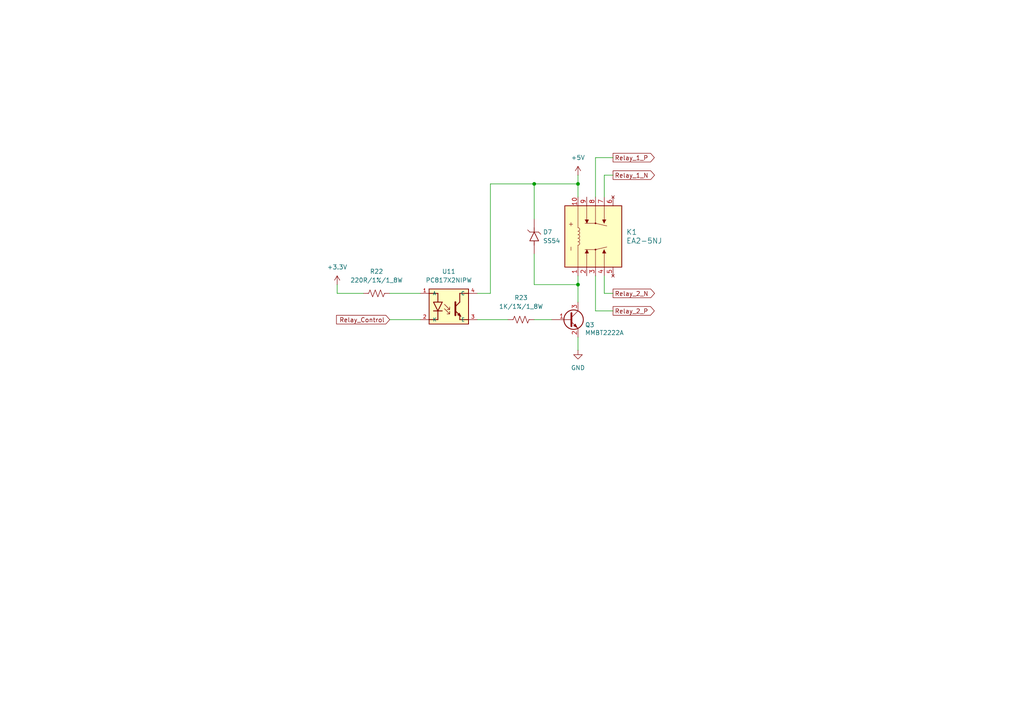
<source format=kicad_sch>
(kicad_sch (version 20231120) (generator "eeschema") (generator_version "8.0")
  (paper "A4")
  (lib_symbols
    (symbol "Measurement_Power_AC:EA2-5NJ" (pin_names (offset 0.254) hide)
      (property "Reference" "K" (at 1.27 20.828 0))
      (property "Value" "EA2-5NJ" (at 5.334 18.288 0))
      (symbol "EA2-5NJ_0_1"
        (polyline (pts (xy 0 5.08) (xy 4.572 5.08)) (stroke (width 0.127)))
        (polyline (pts (xy 0 7.62) (xy 5.08 7.62)) (stroke (width 0.127)))
        (polyline (pts (xy 0 10.16) (xy 4.572 10.16)) (stroke (width 0.127)))
        (polyline (pts (xy 0 12.7) (xy 6.35 12.7)) (stroke (width 0.127)))
        (polyline (pts (xy 5.08 7.62) (xy 5.08 10.668)) (stroke (width 0.127)))
        (polyline (pts (xy 5.08 7.62) (xy 5.842 4.318)) (stroke (width 0.127)))
        (polyline (pts (xy 5.842 14.732) (xy 4.826 14.732)) (stroke (width 0.127)))
        (polyline (pts (xy 11.43 12.7) (xy 17.78 12.7)) (stroke (width 0.127)))
        (polyline (pts (xy 11.938 14.732) (xy 12.954 14.732)) (stroke (width 0.127)))
        (polyline (pts (xy 12.446 15.24) (xy 12.446 14.224)) (stroke (width 0.127)))
        (polyline (pts (xy 12.7 7.62) (xy 11.938 4.318)) (stroke (width 0.127)))
        (polyline (pts (xy 12.7 7.62) (xy 12.7 10.668)) (stroke (width 0.127)))
        (polyline (pts (xy 17.78 5.08) (xy 13.208 5.08)) (stroke (width 0.127)))
        (polyline (pts (xy 17.78 7.62) (xy 12.7 7.62)) (stroke (width 0.127)))
        (polyline (pts (xy 17.78 10.16) (xy 13.208 10.16)) (stroke (width 0.127)))
        (polyline (pts (xy 5.08 5.08) (xy 4.064 5.588) (xy 4.064 4.572)) (fill (type outline)))
        (polyline (pts (xy 5.08 10.16) (xy 4.064 9.652) (xy 4.064 10.668)) (fill (type outline)))
        (polyline (pts (xy 12.7 5.08) (xy 13.716 5.588) (xy 13.716 4.572)) (fill (type outline)))
        (polyline (pts (xy 12.7 10.16) (xy 13.716 9.652) (xy 13.716 10.668)) (fill (type outline)))
        (circle (center 5.08 7.62) (radius 0.127) (stroke (width 0.254)))
        (arc (start 6.35 12.7) (mid 6.858 12.1942) (end 7.366 12.7) (stroke (width 0.127)))
        (arc (start 7.366 12.7) (mid 7.874 12.1942) (end 8.382 12.7) (stroke (width 0.127)))
        (arc (start 8.382 12.7) (mid 8.89 12.1942) (end 9.398 12.7) (stroke (width 0.127)))
        (arc (start 9.398 12.7) (mid 9.906 12.1942) (end 10.414 12.7) (stroke (width 0.127)))
        (arc (start 10.414 12.7) (mid 10.922 12.1942) (end 11.43 12.7) (stroke (width 0.127)))
        (circle (center 12.7 7.62) (radius 0.127) (stroke (width 0.254)))
        (pin unspecified line (at -2.54 12.7 0) (length 2.54) (name "1") (number "1"))
      )
      (symbol "EA2-5NJ_1_1"
        (rectangle (start 0 16.51) (end 17.78 0) (stroke (width 0.254)) (fill (type background)))
        (pin unspecified line (at 20.32 12.7 180) (length 2.54) (name "10") (number "10"))
        (pin unspecified line (at -2.54 10.16 0) (length 2.54) (name "2") (number "2"))
        (pin unspecified line (at -2.54 7.62 0) (length 2.54) (name "3") (number "3"))
        (pin unspecified line (at -2.54 5.08 0) (length 2.54) (name "4") (number "4"))
        (pin no_connect line (at -2.54 2.54 0) (length 2.54) (name "5") (number "5"))
        (pin no_connect line (at 20.32 2.54 180) (length 2.54) (name "6") (number "6"))
        (pin unspecified line (at 20.32 5.08 180) (length 2.54) (name "7") (number "7"))
        (pin unspecified line (at 20.32 7.62 180) (length 2.54) (name "8") (number "8"))
        (pin unspecified line (at 20.32 10.16 180) (length 2.54) (name "9") (number "9"))
      )
    )
    (symbol "Measurement_Power_AC:MMBT2222A" (pin_names (offset 0) hide)
      (property "Reference" "Q" (at 5.08 1.905 0))
      (property "Value" "MMBT2222A" (at 5.08 0 0))
      (symbol "MMBT2222A_0_1"
        (polyline (pts (xy 0.635 0.635) (xy 2.54 2.54)))
        (polyline (pts (xy 0.635 -0.635) (xy 2.54 -2.54) (xy 2.54 -2.54)))
        (polyline (pts (xy 0.635 1.905) (xy 0.635 -1.905) (xy 0.635 -1.905)) (stroke (width 0.508)))
        (polyline (pts (xy 1.27 -1.778) (xy 1.778 -1.27) (xy 2.286 -2.286) (xy 1.27 -1.778) (xy 1.27 -1.778)) (fill (type outline)))
        (circle (center 1.27 0) (radius 2.8194) (stroke (width 0.254)))
      )
      (symbol "MMBT2222A_1_1"
        (pin input line (at -5.08 0 0) (length 5.715) (name "B") (number "1"))
        (pin passive line (at 2.54 -5.08 90) (length 2.54) (name "E") (number "2"))
        (pin passive line (at 2.54 5.08 270) (length 2.54) (name "C") (number "3"))
      )
    )
    (symbol "Measurement_Power_AC:PC817X2NIPW" (pin_names (offset 1.016))
      (property "Reference" "U" (at 0.254 11.43 0))
      (property "Value" "PC817X2NIPW" (at 7.112 -3.302 0))
      (symbol "PC817X2NIPW_0_0"
        (polyline (pts (xy 0 8.89) (xy 2.54 8.89)) (stroke (width 0.254)))
        (polyline (pts (xy 2.54 1.27) (xy 0 1.27)) (stroke (width 0.254)))
        (polyline (pts (xy 2.54 3.81) (xy 2.54 1.27)) (stroke (width 0.254)))
        (polyline (pts (xy 2.54 8.89) (xy 2.54 6.35)) (stroke (width 0.254)))
        (polyline (pts (xy 8.89 1.27) (xy 11.43 1.27)) (stroke (width 0.254)))
        (polyline (pts (xy 8.89 2.54) (xy 8.89 1.27)) (stroke (width 0.254)))
        (polyline (pts (xy 8.89 8.89) (xy 8.89 6.35)) (stroke (width 0.254)))
        (polyline (pts (xy 11.43 8.89) (xy 8.89 8.89)) (stroke (width 0.254)))
        (rectangle (start 0 10.16) (end 11.43 0) (stroke (width 0.254)) (fill (type background)))
        (pin passive line (at -2.54 8.89 0) (length 2.54) (name "A") (number "1"))
        (pin passive line (at -2.54 1.27 0) (length 2.54) (name "K") (number "2"))
      )
      (symbol "PC817X2NIPW_0_1"
        (polyline (pts (xy 3.81 3.81) (xy 1.27 3.81)) (stroke (width 0.254)))
        (polyline (pts (xy 7.62 6.35) (xy 7.62 2.54) (xy 7.62 2.54)) (stroke (width 0.508)))
        (polyline (pts (xy 3.81 6.35) (xy 1.27 6.35) (xy 2.54 3.81) (xy 3.81 6.35)) (stroke (width 0.254)))
        (polyline (pts (xy 4.445 4.445) (xy 5.969 2.921) (xy 5.969 3.683) (xy 5.969 2.921) (xy 5.207 2.921)))
        (polyline (pts (xy 4.445 5.715) (xy 5.969 4.191) (xy 5.969 4.953) (xy 5.969 4.191) (xy 5.207 4.191)))
        (polyline (pts (xy 8.255 2.667) (xy 8.763 3.175) (xy 9.271 2.159) (xy 8.255 2.667) (xy 8.255 2.667)) (fill (type outline)))
      )
      (symbol "PC817X2NIPW_1_0"
        (pin passive line (at 13.97 1.27 180) (length 2.54) (name "E") (number "3"))
        (pin passive line (at 13.97 8.89 180) (length 2.54) (name "C") (number "4"))
      )
      (symbol "PC817X2NIPW_1_1"
        (polyline (pts (xy 7.62 5.08) (xy 8.89 6.35)) (stroke (width 0.254)))
        (polyline (pts (xy 7.62 3.81) (xy 8.89 2.54) (xy 8.89 2.54)) (stroke (width 0.254)))
      )
    )
    (symbol "Measurement_Power_AC:Res_1k_0805_1%" (pin_numbers hide) (pin_names hide)
      (property "Reference" "R" (at 3.556 2.54 0))
      (property "Value" "1K/1%/1_8W" (at 4.064 -2.54 0))
      (symbol "Res_1k_0805_1%_0_1"
        (polyline (pts (xy 1.524 0) (xy 1.27 0)))
        (polyline (pts (xy 6.096 0) (xy 6.35 0)))
        (polyline (pts (xy 1.524 0) (xy 1.905 1.016) (xy 2.286 0) (xy 2.667 -1.016) (xy 3.048 0)))
        (polyline (pts (xy 3.048 0) (xy 3.429 1.016) (xy 3.81 0) (xy 4.191 -1.016) (xy 4.572 0)))
        (polyline (pts (xy 4.572 0) (xy 4.953 1.016) (xy 5.334 0) (xy 5.715 -1.016) (xy 6.096 0)))
      )
      (symbol "Res_1k_0805_1%_1_1"
        (pin passive line (at 0 0 0) (length 1.27) (name "~") (number "1"))
        (pin passive line (at 7.62 0 180) (length 1.27) (name "~") (number "2"))
      )
    )
    (symbol "Measurement_Power_AC:Res_220R_0805_1%" (pin_numbers hide) (pin_names hide)
      (property "Reference" "R" (at 3.556 2.54 0))
      (property "Value" "220R/1%/1_8W" (at 4.064 -2.54 0))
      (symbol "Res_220R_0805_1%_0_1"
        (polyline (pts (xy 1.524 0) (xy 1.27 0)))
        (polyline (pts (xy 6.096 0) (xy 6.35 0)))
        (polyline (pts (xy 1.524 0) (xy 1.905 1.016) (xy 2.286 0) (xy 2.667 -1.016) (xy 3.048 0)))
        (polyline (pts (xy 3.048 0) (xy 3.429 1.016) (xy 3.81 0) (xy 4.191 -1.016) (xy 4.572 0)))
        (polyline (pts (xy 4.572 0) (xy 4.953 1.016) (xy 5.334 0) (xy 5.715 -1.016) (xy 6.096 0)))
      )
      (symbol "Res_220R_0805_1%_1_1"
        (pin passive line (at 0 0 0) (length 1.27) (name "~") (number "1"))
        (pin passive line (at 7.62 0 180) (length 1.27) (name "~") (number "2"))
      )
    )
    (symbol "Measurement_Power_AC:SS54" (pin_numbers hide) (pin_names hide)
      (property "Reference" "D" (at -1.016 2.286 0))
      (property "Value" "SS54" (at 2.54 -2.794 0))
      (symbol "SS54_0_1"
        (polyline (pts (xy -1.27 0) (xy -0.127 0)) (stroke (width 0.2032)))
        (polyline (pts (xy 0 -1.27) (xy 2.54 0)) (stroke (width 0.2032)))
        (polyline (pts (xy 0 1.27) (xy 0 -1.27)) (stroke (width 0.2032)))
        (polyline (pts (xy 2.54 -1.27) (xy 1.905 -1.905)))
        (polyline (pts (xy 2.54 0) (xy 0 1.27)) (stroke (width 0.2032)))
        (polyline (pts (xy 2.54 0) (xy 3.81 0)) (stroke (width 0.2032)))
        (polyline (pts (xy 2.54 1.27) (xy 2.54 -1.27)))
        (polyline (pts (xy 2.54 1.27) (xy 3.175 1.905)))
      )
      (symbol "SS54_1_1"
        (pin unspecified line (at -3.81 0 0) (length 2.54) (name "A") (number "1"))
        (pin unspecified line (at 6.35 0 180) (length 2.54) (name "K") (number "2"))
      )
    )
    (symbol "power:+3.3V" (power) (pin_numbers hide) (pin_names (offset 0) hide)
      (property "Value" "+3.3V" (at 0 3.556 0))
      (symbol "+3.3V_0_1"
        (polyline (pts (xy -0.762 1.27) (xy 0 2.54)))
        (polyline (pts (xy 0 0) (xy 0 2.54)))
        (polyline (pts (xy 0 2.54) (xy 0.762 1.27)))
      )
      (symbol "+3.3V_1_1"
        (pin power_in line (at 0 0 90) (length 0) (name "~") (number "1"))
      )
    )
    (symbol "power:+5V" (power) (pin_numbers hide) (pin_names (offset 0) hide)
      (property "Value" "+5V" (at 0 3.556 0))
      (symbol "+5V_0_1"
        (polyline (pts (xy -0.762 1.27) (xy 0 2.54)))
        (polyline (pts (xy 0 0) (xy 0 2.54)))
        (polyline (pts (xy 0 2.54) (xy 0.762 1.27)))
      )
      (symbol "+5V_1_1"
        (pin power_in line (at 0 0 90) (length 0) (name "~") (number "1"))
      )
    )
    (symbol "power:GND" (power) (pin_numbers hide) (pin_names (offset 0) hide)
      (property "Value" "GND" (at 0 -3.81 0))
      (symbol "GND_0_1"
        (polyline (pts (xy 0 0) (xy 0 -1.27) (xy 1.27 -1.27) (xy 0 -2.54) (xy -1.27 -1.27) (xy 0 -1.27)))
      )
      (symbol "GND_1_1"
        (pin power_in line (at 0 0 270) (length 0) (name "~") (number "1"))
      )
    )
  )
  (junction (at 154.94 53.34))
  (junction (at 167.64 53.34))
  (junction (at 167.64 82.55))
  (wire (pts (xy 175.26 50.8) (xy 175.26 57.15)))
  (wire (pts (xy 167.64 82.55) (xy 167.64 87.63)))
  (wire (pts (xy 113.03 92.71) (xy 121.92 92.71)))
  (wire (pts (xy 177.8 85.09) (xy 175.26 85.09)))
  (wire (pts (xy 167.64 97.79) (xy 167.64 101.6)))
  (wire (pts (xy 154.94 92.71) (xy 160.02 92.71)))
  (wire (pts (xy 167.64 53.34) (xy 167.64 57.15)))
  (wire (pts (xy 97.79 85.09) (xy 105.41 85.09)))
  (wire (pts (xy 142.24 85.09) (xy 142.24 53.34)))
  (wire (pts (xy 172.72 45.72) (xy 172.72 57.15)))
  (wire (pts (xy 175.26 85.09) (xy 175.26 80.01)))
  (wire (pts (xy 154.94 53.34) (xy 167.64 53.34)))
  (wire (pts (xy 142.24 53.34) (xy 154.94 53.34)))
  (wire (pts (xy 138.43 92.71) (xy 147.32 92.71)))
  (wire (pts (xy 167.64 50.8) (xy 167.64 53.34)))
  (wire (pts (xy 138.43 85.09) (xy 142.24 85.09)))
  (wire (pts (xy 113.03 85.09) (xy 121.92 85.09)))
  (wire (pts (xy 177.8 90.17) (xy 172.72 90.17)))
  (wire (pts (xy 177.8 50.8) (xy 175.26 50.8)))
  (wire (pts (xy 154.94 63.5) (xy 154.94 53.34)))
  (wire (pts (xy 154.94 82.55) (xy 167.64 82.55)))
  (wire (pts (xy 177.8 45.72) (xy 172.72 45.72)))
  (wire (pts (xy 154.94 73.66) (xy 154.94 82.55)))
  (wire (pts (xy 167.64 80.01) (xy 167.64 82.55)))
  (wire (pts (xy 172.72 90.17) (xy 172.72 80.01)))
  (wire (pts (xy 97.79 82.55) (xy 97.79 85.09)))
  (global_label "Relay_Control" (shape input) (at 113.03 92.71 180) (property "Intersheetrefs" "${INTERSHEET_REFS}" (effects (hide yes))))
  (global_label "Relay_1_P" (shape output) (at 177.8 45.72 0) (property "Intersheetrefs" "${INTERSHEET_REFS}" (effects (hide yes))))
  (global_label "Relay_2_N" (shape output) (at 177.8 85.09 0) (property "Intersheetrefs" "${INTERSHEET_REFS}" (effects (hide yes))))
  (global_label "Relay_2_P" (shape output) (at 177.8 90.17 0) (property "Intersheetrefs" "${INTERSHEET_REFS}" (effects (hide yes))))
  (global_label "Relay_1_N" (shape output) (at 177.8 50.8 0) (property "Intersheetrefs" "${INTERSHEET_REFS}" (effects (hide yes))))
  (symbol (lib_id "Measurement_Power_AC:PC817X2NIPW") (at 124.46 93.98 0) (unit 1)
    (property "Reference" "U11" (at 130.175 78.74 0))
    (property "Value" "PC817X2NIPW" (at 130.175 81.28 0))
    (property "Footprint" "Measure_Power_AC:PC817X2NIPW" (effects (hide yes)))
    (property "Datasheet" "https://datasheet.lcsc.com/lcsc/2203210916_Sharp-Microelectronics-PC817X2NIPW_C2840443.pdf" (effects (hide yes)))
    (property "Description" "Output: Transistor" (effects (hide yes)))
    (property "Supply name " "Thegioiic" (effects (hide yes)))
    (property "Supply part number" "PC817X2NIPW Optoisolator Transistor Output 5000Vrms 1 Channel, SOP-4" (effects (hide yes)))
    (property "Supply URL" "https://www.thegioiic.com/pc817x2nipw-optoisolator-transistor-output-5000vrms-1-channel-sop-4" (effects (hide yes)))
  )
  (symbol (lib_id "Measurement_Power_AC:Res_220R_0805_1%") (at 105.41 85.09 0) (unit 1)
    (property "Reference" "R22" (at 109.22 78.74 0))
    (property "Value" "220R/1%/1_8W" (at 109.22 81.28 0))
    (property "Footprint" "Measure_Power_AC:Res_0805" (effects (hide yes)))
    (property "Description" "Res 220 Ohm 0805 1%" (effects (hide yes)))
    (property "Supply name" "Thegioiic" (effects (hide yes)))
    (property "Supply part number" "Điện Trở 220 Ohm 0805 1%" (effects (hide yes)))
    (property "Supply URL" "https://www.thegioiic.com/dien-tro-220-ohm-0805-1-" (effects (hide yes)))
  )
  (symbol (lib_id "Measurement_Power_AC:SS54") (at 154.94 69.85 90) (unit 1)
    (property "Reference" "D7" (at 157.48 67.3099 90) (effects (justify right)))
    (property "Value" "SS54" (at 157.48 69.8499 90) (effects (justify right)))
    (property "Footprint" "Measure_Power_AC:D_SMA" (effects (hide yes)))
    (property "Datasheet" "https://www.thegioiic.com/upload/documents/dc8a63b3eda4738bc390d9dc570a4e18.pdf" (effects (hide yes)))
    (property "Description" "Diode Shotky SS54 1N5824 5A 40V" (effects (hide yes)))
    (property "Supply name" "Thegioiic" (effects (hide yes)))
    (property "Supply part number" "SS54 SMA Diode Shotky 5A 40V" (effects (hide yes)))
    (property "Supply URL" "https://www.thegioiic.com/ss54-sma-diode-shotky-5a-40v" (effects (hide yes)))
  )
  (symbol (lib_id "Measurement_Power_AC:Res_1k_0805_1%") (at 147.32 92.71 0) (unit 1)
    (property "Reference" "R23" (at 151.13 86.36 0))
    (property "Value" "1K/1%/1_8W" (at 151.13 88.9 0))
    (property "Footprint" "Measure_Power_AC:Res_0805" (effects (hide yes)))
    (property "Description" "Res 1KOhm 0805 1%" (effects (hide yes)))
    (property "Supply name" "Thegioiic" (effects (hide yes)))
    (property "Supply part number" "Điện Trở 1 KOhm 0805 1%" (effects (hide yes)))
    (property "Supply URL" "https://www.thegioiic.com/dien-tro-1-kohm-0805-1-" (effects (hide yes)))
  )
  (symbol (lib_id "power:+5V") (at 167.64 50.8 0) (unit 1)
    (property "Reference" "#PWR071" (effects (hide yes)))
    (property "Value" "+5V" (at 167.64 45.72 0))
    (property "Description" "Power symbol creates a global label with name \"+5V\"" (effects (hide yes)))
  )
  (symbol (lib_id "Measurement_Power_AC:MMBT2222A") (at 165.1 92.71 0) (unit 1)
    (property "Reference" "Q3" (at 169.672 94.234 0) (effects (justify left)))
    (property "Value" "MMBT2222A" (at 169.672 96.52 0) (effects (justify left)))
    (property "Footprint" "Measure_Power_AC:SOT23" (effects (hide yes)))
    (property "Datasheet" "https://assets.nexperia.com/documents/data-sheet/MMBT2222A.pdf" (effects (hide yes)))
    (property "Description" "600mA Ic, 40V Vce, NPN Transistor, SOT-23" (effects (hide yes)))
    (property "Supply name" "Thegioiic" (effects (hide yes)))
    (property "Supply part number" "MMBT2222A 1P Transistor NPN 40V 0.6A 3 Chân SOT-23" (effects (hide yes)))
    (property "Supply URL" "https://www.thegioiic.com/mmbt2222a-1p-transistor-npn-40v-0-6a-3-chan-sot-23" (effects (hide yes)))
  )
  (symbol (lib_id "power:GND") (at 167.64 101.6 0) (unit 1)
    (property "Reference" "#PWR072" (effects (hide yes)))
    (property "Value" "GND" (at 167.64 106.68 0))
    (property "Description" "Power symbol creates a global label with name \"GND\" , ground" (effects (hide yes)))
  )
  (symbol (lib_id "Measurement_Power_AC:EA2-5NJ") (at 180.34 77.47 90) (unit 1)
    (property "Reference" "K1" (at 181.61 67.3099 90) (effects (font (size 1.524 1.524)) (justify right)))
    (property "Value" "EA2-5NJ" (at 181.61 69.8499 90) (effects (font (size 1.524 1.524)) (justify right)))
    (property "Footprint" "Measure_Power_AC:EA2-5NJ_NEC" (effects (hide yes)))
    (property "Datasheet" "https://www.farnell.com/datasheets/2302213.pdf" (effects (hide yes)))
    (property "Description" "EA2-5NU Rơ Le 5VDC 1A DPDT 10 Chân" (effects (hide yes)))
    (property "Supply name" "Thegioiic" (effects (hide yes)))
    (property "Supply part number" "EA2-5NU Rơ Le 5VDC 1A DPDT 10 Chân" (effects (hide yes)))
    (property "Supply URL" "https://www.thegioiic.com/ea2-5nu-ro-le-5vdc-1a-dpdt-10-chan" (effects (hide yes)))
  )
  (symbol (lib_id "power:+3.3V") (at 97.79 82.55 0) (unit 1)
    (property "Reference" "#PWR070" (effects (hide yes)))
    (property "Value" "+3.3V" (at 97.79 77.47 0))
    (property "Description" "Power symbol creates a global label with name \"+3.3V\"" (effects (hide yes)))
  )
)
</source>
